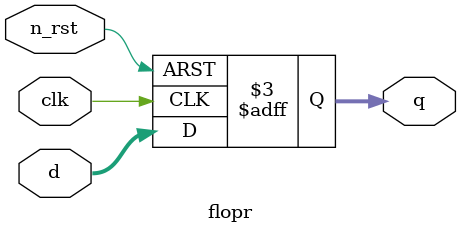
<source format=sv>
module flopr(
    clk,
    n_rst,
    d,
    q
);
  parameter RESET_VALUE = 32'h0000_0000;
	input clk, n_rst;
    input [31:0] d;
    output reg [31:0] q;	

    always@(posedge clk or negedge n_rst) begin 
        if(!n_rst) begin
            q <= RESET_VALUE;
        end
        else begin
            q <= d;
        end		
    end

endmodule

</source>
